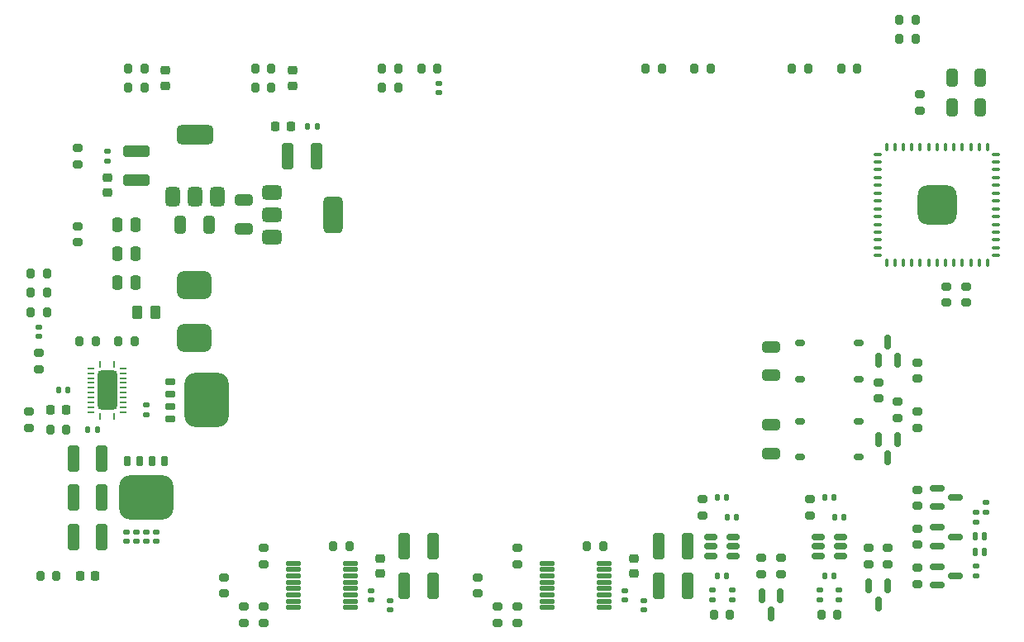
<source format=gtp>
%TF.GenerationSoftware,KiCad,Pcbnew,8.0.2*%
%TF.CreationDate,2024-12-26T16:42:42-05:00*%
%TF.ProjectId,Column Controller,436f6c75-6d6e-4204-936f-6e74726f6c6c,rev?*%
%TF.SameCoordinates,Original*%
%TF.FileFunction,Paste,Top*%
%TF.FilePolarity,Positive*%
%FSLAX46Y46*%
G04 Gerber Fmt 4.6, Leading zero omitted, Abs format (unit mm)*
G04 Created by KiCad (PCBNEW 8.0.2) date 2024-12-26 16:42:42*
%MOMM*%
%LPD*%
G01*
G04 APERTURE LIST*
G04 Aperture macros list*
%AMRoundRect*
0 Rectangle with rounded corners*
0 $1 Rounding radius*
0 $2 $3 $4 $5 $6 $7 $8 $9 X,Y pos of 4 corners*
0 Add a 4 corners polygon primitive as box body*
4,1,4,$2,$3,$4,$5,$6,$7,$8,$9,$2,$3,0*
0 Add four circle primitives for the rounded corners*
1,1,$1+$1,$2,$3*
1,1,$1+$1,$4,$5*
1,1,$1+$1,$6,$7*
1,1,$1+$1,$8,$9*
0 Add four rect primitives between the rounded corners*
20,1,$1+$1,$2,$3,$4,$5,0*
20,1,$1+$1,$4,$5,$6,$7,0*
20,1,$1+$1,$6,$7,$8,$9,0*
20,1,$1+$1,$8,$9,$2,$3,0*%
G04 Aperture macros list end*
%ADD10RoundRect,0.250000X0.250000X0.475000X-0.250000X0.475000X-0.250000X-0.475000X0.250000X-0.475000X0*%
%ADD11RoundRect,0.200000X-0.275000X0.200000X-0.275000X-0.200000X0.275000X-0.200000X0.275000X0.200000X0*%
%ADD12RoundRect,0.200000X0.275000X-0.200000X0.275000X0.200000X-0.275000X0.200000X-0.275000X-0.200000X0*%
%ADD13RoundRect,0.135000X0.185000X-0.135000X0.185000X0.135000X-0.185000X0.135000X-0.185000X-0.135000X0*%
%ADD14RoundRect,0.225000X0.225000X0.250000X-0.225000X0.250000X-0.225000X-0.250000X0.225000X-0.250000X0*%
%ADD15RoundRect,0.150000X-0.587500X-0.150000X0.587500X-0.150000X0.587500X0.150000X-0.587500X0.150000X0*%
%ADD16RoundRect,0.737500X1.012500X-0.737500X1.012500X0.737500X-1.012500X0.737500X-1.012500X-0.737500X0*%
%ADD17RoundRect,0.137500X0.137500X-0.262500X0.137500X0.262500X-0.137500X0.262500X-0.137500X-0.262500X0*%
%ADD18RoundRect,0.200000X-0.200000X-0.275000X0.200000X-0.275000X0.200000X0.275000X-0.200000X0.275000X0*%
%ADD19RoundRect,0.200000X0.200000X0.275000X-0.200000X0.275000X-0.200000X-0.275000X0.200000X-0.275000X0*%
%ADD20RoundRect,0.218750X-0.218750X-0.256250X0.218750X-0.256250X0.218750X0.256250X-0.218750X0.256250X0*%
%ADD21RoundRect,0.135000X-0.185000X0.135000X-0.185000X-0.135000X0.185000X-0.135000X0.185000X0.135000X0*%
%ADD22RoundRect,0.250000X0.325000X0.650000X-0.325000X0.650000X-0.325000X-0.650000X0.325000X-0.650000X0*%
%ADD23RoundRect,0.218750X0.218750X0.256250X-0.218750X0.256250X-0.218750X-0.256250X0.218750X-0.256250X0*%
%ADD24RoundRect,0.250000X-0.325000X-1.100000X0.325000X-1.100000X0.325000X1.100000X-0.325000X1.100000X0*%
%ADD25RoundRect,0.218750X0.256250X-0.218750X0.256250X0.218750X-0.256250X0.218750X-0.256250X-0.218750X0*%
%ADD26RoundRect,0.375000X0.375000X-0.625000X0.375000X0.625000X-0.375000X0.625000X-0.375000X-0.625000X0*%
%ADD27RoundRect,0.500000X1.400000X-0.500000X1.400000X0.500000X-1.400000X0.500000X-1.400000X-0.500000X0*%
%ADD28RoundRect,0.250000X0.650000X-0.325000X0.650000X0.325000X-0.650000X0.325000X-0.650000X-0.325000X0*%
%ADD29RoundRect,0.150000X0.150000X-0.587500X0.150000X0.587500X-0.150000X0.587500X-0.150000X-0.587500X0*%
%ADD30RoundRect,0.062500X-0.062500X-0.237500X0.062500X-0.237500X0.062500X0.237500X-0.062500X0.237500X0*%
%ADD31RoundRect,0.062500X0.237500X-0.062500X0.237500X0.062500X-0.237500X0.062500X-0.237500X-0.062500X0*%
%ADD32RoundRect,0.062500X0.062500X0.237500X-0.062500X0.237500X-0.062500X-0.237500X0.062500X-0.237500X0*%
%ADD33RoundRect,0.062500X-0.237500X0.062500X-0.237500X-0.062500X0.237500X-0.062500X0.237500X0.062500X0*%
%ADD34RoundRect,0.525000X-0.525000X-1.525000X0.525000X-1.525000X0.525000X1.525000X-0.525000X1.525000X0*%
%ADD35RoundRect,0.250000X0.325000X1.100000X-0.325000X1.100000X-0.325000X-1.100000X0.325000X-1.100000X0*%
%ADD36RoundRect,0.140000X-0.170000X0.140000X-0.170000X-0.140000X0.170000X-0.140000X0.170000X0.140000X0*%
%ADD37RoundRect,0.175000X-0.325000X-0.175000X0.325000X-0.175000X0.325000X0.175000X-0.325000X0.175000X0*%
%ADD38RoundRect,0.250000X0.262500X0.450000X-0.262500X0.450000X-0.262500X-0.450000X0.262500X-0.450000X0*%
%ADD39RoundRect,0.175000X0.325000X0.175000X-0.325000X0.175000X-0.325000X-0.175000X0.325000X-0.175000X0*%
%ADD40RoundRect,0.250000X-0.650000X0.325000X-0.650000X-0.325000X0.650000X-0.325000X0.650000X0.325000X0*%
%ADD41RoundRect,0.140000X-0.140000X-0.170000X0.140000X-0.170000X0.140000X0.170000X-0.140000X0.170000X0*%
%ADD42RoundRect,0.187500X0.187500X0.312500X-0.187500X0.312500X-0.187500X-0.312500X0.187500X-0.312500X0*%
%ADD43RoundRect,1.132500X1.642500X1.132500X-1.642500X1.132500X-1.642500X-1.132500X1.642500X-1.132500X0*%
%ADD44RoundRect,0.187500X-0.312500X0.187500X-0.312500X-0.187500X0.312500X-0.187500X0.312500X0.187500X0*%
%ADD45RoundRect,1.132500X-1.132500X1.642500X-1.132500X-1.642500X1.132500X-1.642500X1.132500X1.642500X0*%
%ADD46RoundRect,0.225000X-0.250000X0.225000X-0.250000X-0.225000X0.250000X-0.225000X0.250000X0.225000X0*%
%ADD47RoundRect,0.140000X0.140000X0.170000X-0.140000X0.170000X-0.140000X-0.170000X0.140000X-0.170000X0*%
%ADD48RoundRect,0.250000X-0.325000X-0.650000X0.325000X-0.650000X0.325000X0.650000X-0.325000X0.650000X0*%
%ADD49RoundRect,0.250000X-1.100000X0.325000X-1.100000X-0.325000X1.100000X-0.325000X1.100000X0.325000X0*%
%ADD50RoundRect,0.375000X-0.625000X-0.375000X0.625000X-0.375000X0.625000X0.375000X-0.625000X0.375000X0*%
%ADD51RoundRect,0.500000X-0.500000X-1.400000X0.500000X-1.400000X0.500000X1.400000X-0.500000X1.400000X0*%
%ADD52RoundRect,0.112500X-0.637500X-0.112500X0.637500X-0.112500X0.637500X0.112500X-0.637500X0.112500X0*%
%ADD53RoundRect,0.135000X-0.135000X-0.185000X0.135000X-0.185000X0.135000X0.185000X-0.135000X0.185000X0*%
%ADD54RoundRect,0.150000X-0.150000X0.587500X-0.150000X-0.587500X0.150000X-0.587500X0.150000X0.587500X0*%
%ADD55RoundRect,0.150000X-0.512500X-0.150000X0.512500X-0.150000X0.512500X0.150000X-0.512500X0.150000X0*%
%ADD56RoundRect,0.100000X0.100000X-0.300000X0.100000X0.300000X-0.100000X0.300000X-0.100000X-0.300000X0*%
%ADD57RoundRect,0.100000X0.300000X0.100000X-0.300000X0.100000X-0.300000X-0.100000X0.300000X-0.100000X0*%
%ADD58RoundRect,0.100000X-0.100000X0.300000X-0.100000X-0.300000X0.100000X-0.300000X0.100000X0.300000X0*%
%ADD59RoundRect,0.100000X-0.300000X-0.100000X0.300000X-0.100000X0.300000X0.100000X-0.300000X0.100000X0*%
%ADD60RoundRect,1.000000X-1.000000X-1.000000X1.000000X-1.000000X1.000000X1.000000X-1.000000X1.000000X0*%
%ADD61RoundRect,0.140000X0.170000X-0.140000X0.170000X0.140000X-0.170000X0.140000X-0.170000X-0.140000X0*%
G04 APERTURE END LIST*
D10*
%TO.C,C36*%
X95950000Y-109000000D03*
X94050000Y-109000000D03*
%TD*%
D11*
%TO.C,R1*%
X181000000Y-109350000D03*
X181000000Y-111000000D03*
%TD*%
D12*
%TO.C,R35*%
X160000000Y-138825000D03*
X160000000Y-137175000D03*
%TD*%
D13*
%TO.C,R7*%
X182000000Y-133510000D03*
X182000000Y-132490000D03*
%TD*%
D14*
%TO.C,C22*%
X88775000Y-122000000D03*
X87225000Y-122000000D03*
%TD*%
D12*
%TO.C,R54*%
X135000000Y-137825000D03*
X135000000Y-136175000D03*
%TD*%
D15*
%TO.C,Q3*%
X178062500Y-138050000D03*
X178062500Y-139950000D03*
X179937500Y-139000000D03*
%TD*%
D16*
%TO.C,L1*%
X101900000Y-114675000D03*
X101900000Y-109225000D03*
%TD*%
D17*
%TO.C,D1*%
X182837500Y-136550000D03*
X181937500Y-136550000D03*
X181937500Y-134950000D03*
X182837500Y-134950000D03*
%TD*%
D12*
%TO.C,R5*%
X172020000Y-120825000D03*
X172020000Y-119175000D03*
%TD*%
D15*
%TO.C,Q4*%
X178062500Y-134050000D03*
X178062500Y-135950000D03*
X179937500Y-135000000D03*
%TD*%
D18*
%TO.C,R62*%
X166175000Y-143000000D03*
X167825000Y-143000000D03*
%TD*%
D19*
%TO.C,R23*%
X96825000Y-89000000D03*
X95175000Y-89000000D03*
%TD*%
D20*
%TO.C,D2*%
X110212500Y-93000000D03*
X111787500Y-93000000D03*
%TD*%
D21*
%TO.C,R64*%
X168000000Y-140490000D03*
X168000000Y-141510000D03*
%TD*%
D22*
%TO.C,C18*%
X103475000Y-103000000D03*
X100525000Y-103000000D03*
%TD*%
D23*
%TO.C,D3*%
X91787500Y-139000000D03*
X90212500Y-139000000D03*
%TD*%
D11*
%TO.C,R53*%
X90000000Y-103175000D03*
X90000000Y-104825000D03*
%TD*%
D12*
%TO.C,R55*%
X109000000Y-137825000D03*
X109000000Y-136175000D03*
%TD*%
D24*
%TO.C,C43*%
X123425000Y-136000000D03*
X126375000Y-136000000D03*
%TD*%
D13*
%TO.C,R40*%
X93000000Y-96510000D03*
X93000000Y-95490000D03*
%TD*%
D18*
%TO.C,R31*%
X155175000Y-143000000D03*
X156825000Y-143000000D03*
%TD*%
D21*
%TO.C,R63*%
X166000000Y-140490000D03*
X166000000Y-141510000D03*
%TD*%
D25*
%TO.C,D5*%
X93000000Y-99767500D03*
X93000000Y-98192500D03*
%TD*%
D12*
%TO.C,R26*%
X131000000Y-140825000D03*
X131000000Y-139175000D03*
%TD*%
%TO.C,R67*%
X171000000Y-137825000D03*
X171000000Y-136175000D03*
%TD*%
D26*
%TO.C,U9*%
X99700000Y-100150000D03*
X102000000Y-100150000D03*
D27*
X102000000Y-93850000D03*
D26*
X104300000Y-100150000D03*
%TD*%
D28*
%TO.C,C4*%
X161000000Y-126475000D03*
X161000000Y-123525000D03*
%TD*%
D29*
%TO.C,Q2*%
X172050000Y-116937500D03*
X173950000Y-116937500D03*
X173000000Y-115062500D03*
%TD*%
D30*
%TO.C,U6*%
X92250000Y-117350000D03*
D31*
X91350000Y-117750000D03*
X91350000Y-118250000D03*
X91350000Y-118750000D03*
X91350000Y-119250000D03*
X91350000Y-119750000D03*
X91350000Y-120250000D03*
X91350000Y-120750000D03*
X91350000Y-121250000D03*
X91350000Y-121750000D03*
X91350000Y-122250000D03*
D32*
X92250000Y-122650000D03*
X93750000Y-122650000D03*
D33*
X94650000Y-122250000D03*
X94650000Y-121750000D03*
X94650000Y-121250000D03*
X94650000Y-120750000D03*
X94650000Y-120250000D03*
X94650000Y-119750000D03*
X94650000Y-119250000D03*
X94650000Y-118750000D03*
X94650000Y-118250000D03*
X94650000Y-117750000D03*
D30*
X93750000Y-117350000D03*
D34*
X93000000Y-120000000D03*
%TD*%
D12*
%TO.C,R36*%
X162000000Y-138825000D03*
X162000000Y-137175000D03*
%TD*%
D19*
%TO.C,R28*%
X143825000Y-136000000D03*
X142175000Y-136000000D03*
%TD*%
D18*
%TO.C,R22*%
X95175000Y-87000000D03*
X96825000Y-87000000D03*
%TD*%
D11*
%TO.C,R3*%
X174000000Y-121175000D03*
X174000000Y-122825000D03*
%TD*%
D35*
%TO.C,C27*%
X114475000Y-96000000D03*
X111525000Y-96000000D03*
%TD*%
D36*
%TO.C,C49*%
X127000000Y-88520000D03*
X127000000Y-89480000D03*
%TD*%
%TO.C,C30*%
X97000000Y-134520000D03*
X97000000Y-135480000D03*
%TD*%
D37*
%TO.C,SW2*%
X164000000Y-123150000D03*
X170000000Y-123150000D03*
X164000000Y-126850000D03*
X170000000Y-126850000D03*
%TD*%
D38*
%TO.C,R49*%
X97912500Y-112000000D03*
X96087500Y-112000000D03*
%TD*%
D18*
%TO.C,R50*%
X94175000Y-115000000D03*
X95825000Y-115000000D03*
%TD*%
D11*
%TO.C,R48*%
X86000000Y-116175000D03*
X86000000Y-117825000D03*
%TD*%
D18*
%TO.C,R51*%
X90175000Y-115000000D03*
X91825000Y-115000000D03*
%TD*%
D36*
%TO.C,C5*%
X146000000Y-140520000D03*
X146000000Y-141480000D03*
%TD*%
D11*
%TO.C,R60*%
X109000000Y-142175000D03*
X109000000Y-143825000D03*
%TD*%
%TO.C,R19*%
X176000000Y-130175000D03*
X176000000Y-131825000D03*
%TD*%
%TO.C,R17*%
X176000000Y-138175000D03*
X176000000Y-139825000D03*
%TD*%
D36*
%TO.C,C31*%
X96000000Y-134520000D03*
X96000000Y-135480000D03*
%TD*%
D28*
%TO.C,C26*%
X107000000Y-103475000D03*
X107000000Y-100525000D03*
%TD*%
D18*
%TO.C,R47*%
X85175000Y-110000000D03*
X86825000Y-110000000D03*
%TD*%
%TO.C,R20*%
X121175000Y-87000000D03*
X122825000Y-87000000D03*
%TD*%
D39*
%TO.C,SW1*%
X170000000Y-118850000D03*
X164000000Y-118850000D03*
X170000000Y-115150000D03*
X164000000Y-115150000D03*
%TD*%
D12*
%TO.C,R58*%
X105000000Y-140825000D03*
X105000000Y-139175000D03*
%TD*%
D40*
%TO.C,C3*%
X161000000Y-115525000D03*
X161000000Y-118475000D03*
%TD*%
D18*
%TO.C,R15*%
X174175000Y-82000000D03*
X175825000Y-82000000D03*
%TD*%
D41*
%TO.C,C14*%
X155520000Y-139000000D03*
X156480000Y-139000000D03*
%TD*%
D19*
%TO.C,R37*%
X126825000Y-87000000D03*
X125175000Y-87000000D03*
%TD*%
D36*
%TO.C,C37*%
X120000000Y-140520000D03*
X120000000Y-141480000D03*
%TD*%
D42*
%TO.C,Q7*%
X98905000Y-127270000D03*
X97635000Y-127270000D03*
X96365000Y-127270000D03*
X95095000Y-127270000D03*
D43*
X97000000Y-131000000D03*
%TD*%
D35*
%TO.C,C25*%
X92475000Y-131000000D03*
X89525000Y-131000000D03*
%TD*%
D12*
%TO.C,R46*%
X90000000Y-96825000D03*
X90000000Y-95175000D03*
%TD*%
D21*
%TO.C,R33*%
X157000000Y-140490000D03*
X157000000Y-141510000D03*
%TD*%
D24*
%TO.C,C44*%
X123425000Y-140000000D03*
X126375000Y-140000000D03*
%TD*%
D19*
%TO.C,R45*%
X87825000Y-139000000D03*
X86175000Y-139000000D03*
%TD*%
D11*
%TO.C,R18*%
X176000000Y-134175000D03*
X176000000Y-135825000D03*
%TD*%
D18*
%TO.C,R11*%
X168175000Y-87000000D03*
X169825000Y-87000000D03*
%TD*%
D44*
%TO.C,Q8*%
X99470000Y-119095000D03*
X99470000Y-120365000D03*
X99470000Y-121635000D03*
X99470000Y-122905000D03*
D45*
X103200000Y-121000000D03*
%TD*%
D11*
%TO.C,R27*%
X133000000Y-142175000D03*
X133000000Y-143825000D03*
%TD*%
D46*
%TO.C,C7*%
X112000000Y-87225000D03*
X112000000Y-88775000D03*
%TD*%
D47*
%TO.C,C45*%
X168480000Y-133000000D03*
X167520000Y-133000000D03*
%TD*%
D11*
%TO.C,R30*%
X135000000Y-142175000D03*
X135000000Y-143825000D03*
%TD*%
D48*
%TO.C,C2*%
X179525000Y-91000000D03*
X182475000Y-91000000D03*
%TD*%
D21*
%TO.C,R12*%
X182000000Y-138000000D03*
X182000000Y-139020000D03*
%TD*%
D47*
%TO.C,C47*%
X157480000Y-133000000D03*
X156520000Y-133000000D03*
%TD*%
D11*
%TO.C,R38*%
X176000000Y-117175000D03*
X176000000Y-118825000D03*
%TD*%
D46*
%TO.C,C6*%
X99000000Y-87225000D03*
X99000000Y-88775000D03*
%TD*%
D49*
%TO.C,C19*%
X96000000Y-95525000D03*
X96000000Y-98475000D03*
%TD*%
D18*
%TO.C,R42*%
X87175000Y-124000000D03*
X88825000Y-124000000D03*
%TD*%
D11*
%TO.C,R4*%
X179000000Y-109350000D03*
X179000000Y-111000000D03*
%TD*%
D46*
%TO.C,C8*%
X147000000Y-137225000D03*
X147000000Y-138775000D03*
%TD*%
D47*
%TO.C,C23*%
X88960000Y-120000000D03*
X88000000Y-120000000D03*
%TD*%
D36*
%TO.C,C32*%
X95000000Y-134520000D03*
X95000000Y-135480000D03*
%TD*%
%TO.C,C16*%
X148000000Y-141520000D03*
X148000000Y-142480000D03*
%TD*%
D50*
%TO.C,U8*%
X109850000Y-99700000D03*
X109850000Y-102000000D03*
D51*
X116150000Y-102000000D03*
D50*
X109850000Y-104300000D03*
%TD*%
D18*
%TO.C,R9*%
X153175000Y-87000000D03*
X154825000Y-87000000D03*
%TD*%
D15*
%TO.C,Q5*%
X178062500Y-130050000D03*
X178062500Y-131950000D03*
X179937500Y-131000000D03*
%TD*%
D18*
%TO.C,R10*%
X163175000Y-87000000D03*
X164825000Y-87000000D03*
%TD*%
D12*
%TO.C,R66*%
X173000000Y-137825000D03*
X173000000Y-136175000D03*
%TD*%
D10*
%TO.C,C35*%
X95950000Y-106000000D03*
X94050000Y-106000000D03*
%TD*%
D36*
%TO.C,C21*%
X97000000Y-121520000D03*
X97000000Y-122480000D03*
%TD*%
D10*
%TO.C,C34*%
X95950000Y-103000000D03*
X94050000Y-103000000D03*
%TD*%
D19*
%TO.C,R29*%
X117825000Y-136000000D03*
X116175000Y-136000000D03*
%TD*%
D52*
%TO.C,U4*%
X138100000Y-137725000D03*
X138100000Y-138375000D03*
X138100000Y-139025000D03*
X138100000Y-139675000D03*
X138100000Y-140325000D03*
X138100000Y-140975000D03*
X138100000Y-141625000D03*
X138100000Y-142275000D03*
X143900000Y-142275000D03*
X143900000Y-141625000D03*
X143900000Y-140975000D03*
X143900000Y-140325000D03*
X143900000Y-139675000D03*
X143900000Y-139025000D03*
X143900000Y-138375000D03*
X143900000Y-137725000D03*
%TD*%
D53*
%TO.C,R44*%
X113490000Y-93000000D03*
X114510000Y-93000000D03*
%TD*%
D18*
%TO.C,R24*%
X108175000Y-87000000D03*
X109825000Y-87000000D03*
%TD*%
D54*
%TO.C,Q9*%
X172950000Y-140062500D03*
X171050000Y-140062500D03*
X172000000Y-141937500D03*
%TD*%
D24*
%TO.C,C15*%
X149525000Y-140000000D03*
X152475000Y-140000000D03*
%TD*%
D21*
%TO.C,R32*%
X155000000Y-140490000D03*
X155000000Y-141510000D03*
%TD*%
D35*
%TO.C,C28*%
X92475000Y-127000000D03*
X89525000Y-127000000D03*
%TD*%
D55*
%TO.C,U5*%
X154862500Y-135050000D03*
X154862500Y-136000000D03*
X154862500Y-136950000D03*
X157137500Y-136950000D03*
X157137500Y-136000000D03*
X157137500Y-135050000D03*
%TD*%
D52*
%TO.C,U10*%
X112100000Y-137725000D03*
X112100000Y-138375000D03*
X112100000Y-139025000D03*
X112100000Y-139675000D03*
X112100000Y-140325000D03*
X112100000Y-140975000D03*
X112100000Y-141625000D03*
X112100000Y-142275000D03*
X117900000Y-142275000D03*
X117900000Y-141625000D03*
X117900000Y-140975000D03*
X117900000Y-140325000D03*
X117900000Y-139675000D03*
X117900000Y-139025000D03*
X117900000Y-138375000D03*
X117900000Y-137725000D03*
%TD*%
D24*
%TO.C,C13*%
X149525000Y-136000000D03*
X152475000Y-136000000D03*
%TD*%
D11*
%TO.C,R2*%
X176250000Y-89675000D03*
X176250000Y-91325000D03*
%TD*%
%TO.C,R69*%
X165000000Y-131175000D03*
X165000000Y-132825000D03*
%TD*%
D13*
%TO.C,R6*%
X183000000Y-132510000D03*
X183000000Y-131490000D03*
%TD*%
D54*
%TO.C,Q1*%
X173950000Y-125062500D03*
X172050000Y-125062500D03*
X173000000Y-126937500D03*
%TD*%
D55*
%TO.C,U11*%
X165862500Y-135050000D03*
X165862500Y-136000000D03*
X165862500Y-136950000D03*
X168137500Y-136950000D03*
X168137500Y-136000000D03*
X168137500Y-135050000D03*
%TD*%
D11*
%TO.C,R39*%
X176000000Y-122175000D03*
X176000000Y-123825000D03*
%TD*%
D41*
%TO.C,C33*%
X166520000Y-139000000D03*
X167480000Y-139000000D03*
%TD*%
D36*
%TO.C,C29*%
X98000000Y-134520000D03*
X98000000Y-135480000D03*
%TD*%
D18*
%TO.C,R8*%
X148175000Y-87000000D03*
X149825000Y-87000000D03*
%TD*%
D19*
%TO.C,R13*%
X175825000Y-84000000D03*
X174175000Y-84000000D03*
%TD*%
D11*
%TO.C,R68*%
X154000000Y-131175000D03*
X154000000Y-132825000D03*
%TD*%
%TO.C,R61*%
X107000000Y-142175000D03*
X107000000Y-143825000D03*
%TD*%
D18*
%TO.C,R52*%
X85175000Y-108000000D03*
X86825000Y-108000000D03*
%TD*%
D46*
%TO.C,C46*%
X121000000Y-137225000D03*
X121000000Y-138775000D03*
%TD*%
D18*
%TO.C,R41*%
X85175000Y-112000000D03*
X86825000Y-112000000D03*
%TD*%
D47*
%TO.C,C17*%
X92000000Y-124000000D03*
X91040000Y-124000000D03*
%TD*%
D36*
%TO.C,C38*%
X122000000Y-141520000D03*
X122000000Y-142480000D03*
%TD*%
D19*
%TO.C,R21*%
X122825000Y-89000000D03*
X121175000Y-89000000D03*
%TD*%
D56*
%TO.C,U2*%
X183200000Y-95100000D03*
X182337500Y-95100000D03*
X181475000Y-95100000D03*
X180612500Y-95100000D03*
X179750000Y-95100000D03*
X178887500Y-95100000D03*
X178025000Y-95100000D03*
X177162500Y-95100000D03*
X176300000Y-95100000D03*
X175437500Y-95100000D03*
X174575000Y-95100000D03*
X173712500Y-95100000D03*
X172850000Y-95100000D03*
D57*
X171950000Y-95800000D03*
X171950000Y-96600000D03*
X171950000Y-97400000D03*
X171950000Y-98200000D03*
X171950000Y-99000000D03*
X171950000Y-99800000D03*
X171950000Y-100600000D03*
X171950000Y-101400000D03*
X171950000Y-102200000D03*
X171950000Y-103000000D03*
X171950000Y-103800000D03*
X171950000Y-104600000D03*
X171950000Y-105400000D03*
X171950000Y-106200000D03*
D58*
X172850000Y-106900000D03*
X173712500Y-106900000D03*
X174575000Y-106900000D03*
X175437500Y-106900000D03*
X176300000Y-106900000D03*
X177162500Y-106900000D03*
X178025000Y-106900000D03*
X178887500Y-106900000D03*
X179750000Y-106900000D03*
X180612500Y-106900000D03*
X181475000Y-106900000D03*
X182337500Y-106900000D03*
X183200000Y-106900000D03*
D59*
X184050000Y-106200000D03*
X184050000Y-105400000D03*
X184050000Y-104600000D03*
X184050000Y-103800000D03*
X184050000Y-103000000D03*
X184050000Y-102200000D03*
X184050000Y-101400000D03*
X184050000Y-100600000D03*
X184050000Y-99800000D03*
X184050000Y-99000000D03*
X184050000Y-98200000D03*
X184050000Y-97400000D03*
X184050000Y-96600000D03*
X184050000Y-95800000D03*
D60*
X178000000Y-101000000D03*
%TD*%
D41*
%TO.C,C51*%
X166520000Y-131000000D03*
X167480000Y-131000000D03*
%TD*%
D35*
%TO.C,C24*%
X92475000Y-135000000D03*
X89525000Y-135000000D03*
%TD*%
D41*
%TO.C,C50*%
X155520000Y-131000000D03*
X156480000Y-131000000D03*
%TD*%
D48*
%TO.C,C1*%
X179525000Y-88000000D03*
X182475000Y-88000000D03*
%TD*%
D19*
%TO.C,R25*%
X109825000Y-89000000D03*
X108175000Y-89000000D03*
%TD*%
D11*
%TO.C,R43*%
X85000000Y-122175000D03*
X85000000Y-123825000D03*
%TD*%
D54*
%TO.C,Q6*%
X161950000Y-141062500D03*
X160050000Y-141062500D03*
X161000000Y-142937500D03*
%TD*%
D61*
%TO.C,C20*%
X86000000Y-114480000D03*
X86000000Y-113520000D03*
%TD*%
M02*

</source>
